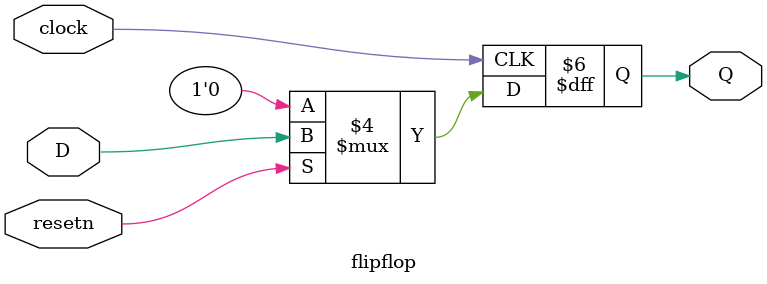
<source format=v>

module flipflop(clock, D, resetn, Q);
    input clock, D, resetn;
    output reg Q;
    always@(posedge clock)
    begin
    if (!resetn)
        Q <= 1'b0;
    else
        Q <= D;
    end
endmodule

</source>
